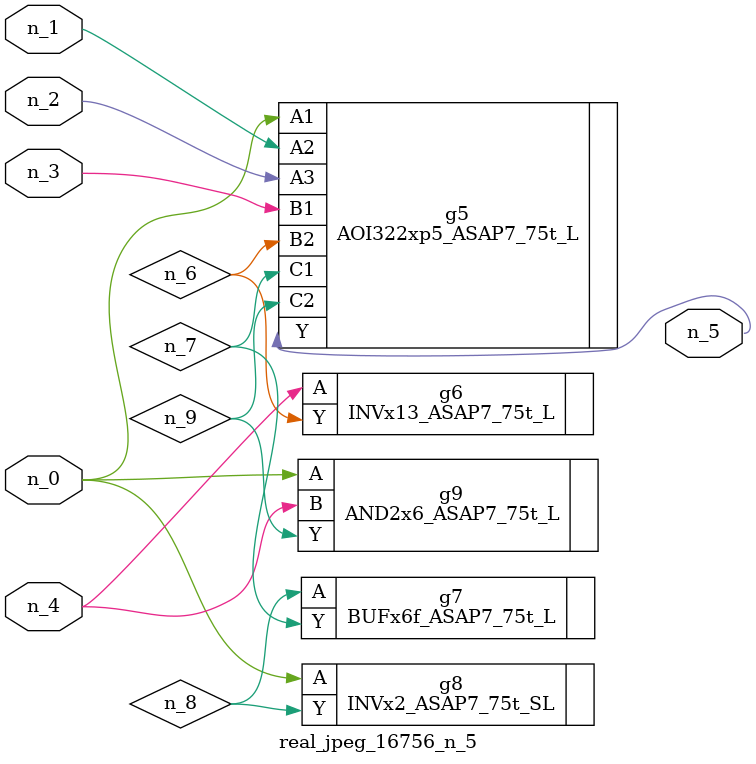
<source format=v>
module real_jpeg_16756_n_5 (n_4, n_0, n_1, n_2, n_3, n_5);

input n_4;
input n_0;
input n_1;
input n_2;
input n_3;

output n_5;

wire n_8;
wire n_6;
wire n_7;
wire n_9;

AOI322xp5_ASAP7_75t_L g5 ( 
.A1(n_0),
.A2(n_1),
.A3(n_2),
.B1(n_3),
.B2(n_6),
.C1(n_7),
.C2(n_9),
.Y(n_5)
);

INVx2_ASAP7_75t_SL g8 ( 
.A(n_0),
.Y(n_8)
);

AND2x6_ASAP7_75t_L g9 ( 
.A(n_0),
.B(n_4),
.Y(n_9)
);

INVx13_ASAP7_75t_L g6 ( 
.A(n_4),
.Y(n_6)
);

BUFx6f_ASAP7_75t_L g7 ( 
.A(n_8),
.Y(n_7)
);


endmodule
</source>
